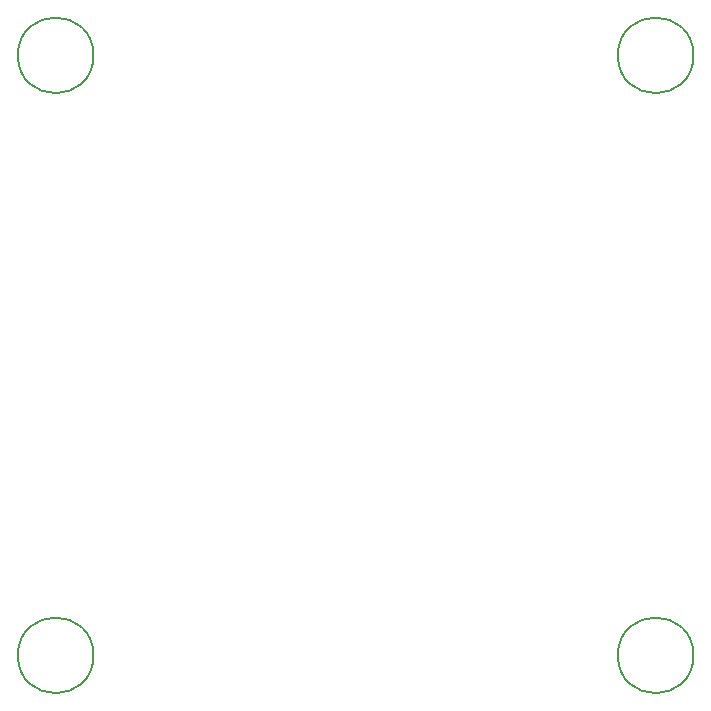
<source format=gbr>
G04 #@! TF.GenerationSoftware,KiCad,Pcbnew,9.0.6*
G04 #@! TF.CreationDate,2026-01-15T23:38:00-05:00*
G04 #@! TF.ProjectId,telemetry_transmitter,74656c65-6d65-4747-9279-5f7472616e73,rev?*
G04 #@! TF.SameCoordinates,Original*
G04 #@! TF.FileFunction,Other,Comment*
%FSLAX46Y46*%
G04 Gerber Fmt 4.6, Leading zero omitted, Abs format (unit mm)*
G04 Created by KiCad (PCBNEW 9.0.6) date 2026-01-15 23:38:00*
%MOMM*%
%LPD*%
G01*
G04 APERTURE LIST*
%ADD10C,0.150000*%
G04 APERTURE END LIST*
D10*
G04 #@! TO.C,H3*
X115518800Y-77393800D02*
G75*
G02*
X109118800Y-77393800I-3200000J0D01*
G01*
X109118800Y-77393800D02*
G75*
G02*
X115518800Y-77393800I3200000J0D01*
G01*
G04 #@! TO.C,H2*
X166318800Y-128193800D02*
G75*
G02*
X159918800Y-128193800I-3200000J0D01*
G01*
X159918800Y-128193800D02*
G75*
G02*
X166318800Y-128193800I3200000J0D01*
G01*
G04 #@! TO.C,H4*
X166318800Y-77393800D02*
G75*
G02*
X159918800Y-77393800I-3200000J0D01*
G01*
X159918800Y-77393800D02*
G75*
G02*
X166318800Y-77393800I3200000J0D01*
G01*
G04 #@! TO.C,H1*
X115518800Y-128193800D02*
G75*
G02*
X109118800Y-128193800I-3200000J0D01*
G01*
X109118800Y-128193800D02*
G75*
G02*
X115518800Y-128193800I3200000J0D01*
G01*
G04 #@! TD*
M02*

</source>
